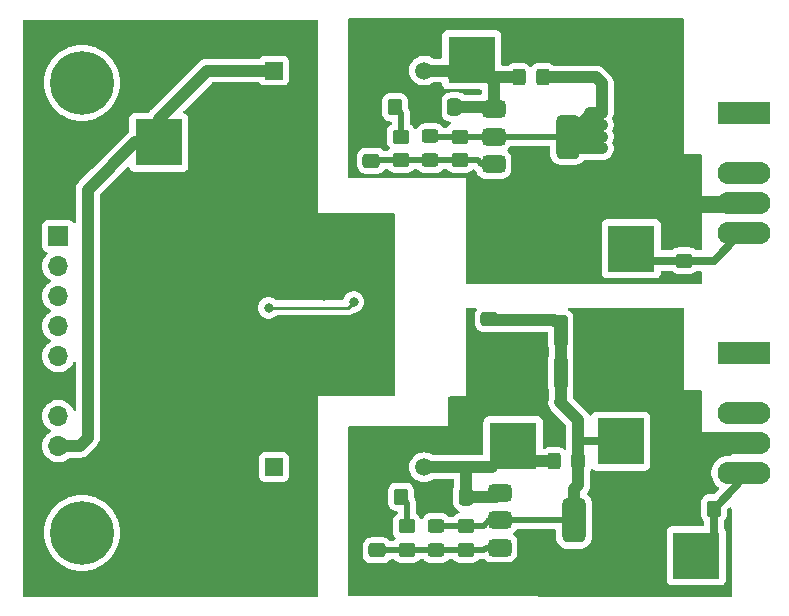
<source format=gbl>
G04 #@! TF.GenerationSoftware,KiCad,Pcbnew,8.0.9-8.0.9-0~ubuntu22.04.1*
G04 #@! TF.CreationDate,2025-04-02T13:47:27-07:00*
G04 #@! TF.ProjectId,HBD1E,48424431-452e-46b6-9963-61645f706362,rev?*
G04 #@! TF.SameCoordinates,Original*
G04 #@! TF.FileFunction,Copper,L2,Bot*
G04 #@! TF.FilePolarity,Positive*
%FSLAX46Y46*%
G04 Gerber Fmt 4.6, Leading zero omitted, Abs format (unit mm)*
G04 Created by KiCad (PCBNEW 8.0.9-8.0.9-0~ubuntu22.04.1) date 2025-04-02 13:47:27*
%MOMM*%
%LPD*%
G01*
G04 APERTURE LIST*
G04 Aperture macros list*
%AMRoundRect*
0 Rectangle with rounded corners*
0 $1 Rounding radius*
0 $2 $3 $4 $5 $6 $7 $8 $9 X,Y pos of 4 corners*
0 Add a 4 corners polygon primitive as box body*
4,1,4,$2,$3,$4,$5,$6,$7,$8,$9,$2,$3,0*
0 Add four circle primitives for the rounded corners*
1,1,$1+$1,$2,$3*
1,1,$1+$1,$4,$5*
1,1,$1+$1,$6,$7*
1,1,$1+$1,$8,$9*
0 Add four rect primitives between the rounded corners*
20,1,$1+$1,$2,$3,$4,$5,0*
20,1,$1+$1,$4,$5,$6,$7,0*
20,1,$1+$1,$6,$7,$8,$9,0*
20,1,$1+$1,$8,$9,$2,$3,0*%
G04 Aperture macros list end*
G04 #@! TA.AperFunction,ComponentPad*
%ADD10C,3.100000*%
G04 #@! TD*
G04 #@! TA.AperFunction,ConnectorPad*
%ADD11C,5.400000*%
G04 #@! TD*
G04 #@! TA.AperFunction,ComponentPad*
%ADD12R,4.500000X1.905000*%
G04 #@! TD*
G04 #@! TA.AperFunction,ComponentPad*
%ADD13O,4.500000X1.905000*%
G04 #@! TD*
G04 #@! TA.AperFunction,ComponentPad*
%ADD14R,1.500000X1.500000*%
G04 #@! TD*
G04 #@! TA.AperFunction,ComponentPad*
%ADD15C,1.500000*%
G04 #@! TD*
G04 #@! TA.AperFunction,ComponentPad*
%ADD16R,1.700000X1.700000*%
G04 #@! TD*
G04 #@! TA.AperFunction,ComponentPad*
%ADD17O,1.700000X1.700000*%
G04 #@! TD*
G04 #@! TA.AperFunction,SMDPad,CuDef*
%ADD18R,4.000000X4.000000*%
G04 #@! TD*
G04 #@! TA.AperFunction,SMDPad,CuDef*
%ADD19RoundRect,0.250000X0.450000X-0.350000X0.450000X0.350000X-0.450000X0.350000X-0.450000X-0.350000X0*%
G04 #@! TD*
G04 #@! TA.AperFunction,SMDPad,CuDef*
%ADD20RoundRect,0.250000X-0.450000X0.350000X-0.450000X-0.350000X0.450000X-0.350000X0.450000X0.350000X0*%
G04 #@! TD*
G04 #@! TA.AperFunction,SMDPad,CuDef*
%ADD21RoundRect,0.250000X0.475000X-0.337500X0.475000X0.337500X-0.475000X0.337500X-0.475000X-0.337500X0*%
G04 #@! TD*
G04 #@! TA.AperFunction,SMDPad,CuDef*
%ADD22RoundRect,0.250000X0.337500X0.475000X-0.337500X0.475000X-0.337500X-0.475000X0.337500X-0.475000X0*%
G04 #@! TD*
G04 #@! TA.AperFunction,SMDPad,CuDef*
%ADD23RoundRect,0.250000X-0.350000X-0.450000X0.350000X-0.450000X0.350000X0.450000X-0.350000X0.450000X0*%
G04 #@! TD*
G04 #@! TA.AperFunction,SMDPad,CuDef*
%ADD24RoundRect,0.250000X-0.475000X0.337500X-0.475000X-0.337500X0.475000X-0.337500X0.475000X0.337500X0*%
G04 #@! TD*
G04 #@! TA.AperFunction,SMDPad,CuDef*
%ADD25RoundRect,0.375000X-0.625000X-0.375000X0.625000X-0.375000X0.625000X0.375000X-0.625000X0.375000X0*%
G04 #@! TD*
G04 #@! TA.AperFunction,SMDPad,CuDef*
%ADD26RoundRect,0.500000X-0.500000X-1.400000X0.500000X-1.400000X0.500000X1.400000X-0.500000X1.400000X0*%
G04 #@! TD*
G04 #@! TA.AperFunction,SMDPad,CuDef*
%ADD27RoundRect,0.250000X-0.325000X-1.100000X0.325000X-1.100000X0.325000X1.100000X-0.325000X1.100000X0*%
G04 #@! TD*
G04 #@! TA.AperFunction,SMDPad,CuDef*
%ADD28RoundRect,0.250000X-0.450000X0.325000X-0.450000X-0.325000X0.450000X-0.325000X0.450000X0.325000X0*%
G04 #@! TD*
G04 #@! TA.AperFunction,SMDPad,CuDef*
%ADD29RoundRect,0.250000X-0.325000X-0.450000X0.325000X-0.450000X0.325000X0.450000X-0.325000X0.450000X0*%
G04 #@! TD*
G04 #@! TA.AperFunction,ViaPad*
%ADD30C,0.800000*%
G04 #@! TD*
G04 #@! TA.AperFunction,Conductor*
%ADD31C,0.250000*%
G04 #@! TD*
G04 #@! TA.AperFunction,Conductor*
%ADD32C,1.000000*%
G04 #@! TD*
G04 #@! TA.AperFunction,Conductor*
%ADD33C,0.500000*%
G04 #@! TD*
G04 #@! TA.AperFunction,Conductor*
%ADD34C,0.700000*%
G04 #@! TD*
G04 APERTURE END LIST*
D10*
X44000000Y-84550000D03*
D11*
X44000000Y-84550000D03*
D12*
X100040000Y-49000000D03*
D13*
X100040000Y-54080000D03*
X100040000Y-56620000D03*
X100040000Y-59160000D03*
D12*
X100040000Y-69310000D03*
D13*
X100040000Y-74390000D03*
X100040000Y-76930000D03*
X100040000Y-79470000D03*
D10*
X44000000Y-46450000D03*
D11*
X44000000Y-46450000D03*
D14*
X60262500Y-79000000D03*
D15*
X62802500Y-79000000D03*
X67882500Y-79000000D03*
X72962500Y-79000000D03*
D16*
X42000000Y-59420000D03*
D17*
X42000000Y-61960000D03*
X42000000Y-64500000D03*
X42000000Y-67040000D03*
X42000000Y-69580000D03*
X42000000Y-72120000D03*
X42000000Y-74660000D03*
X42000000Y-77200000D03*
D14*
X60262500Y-45407500D03*
D15*
X62802500Y-45407500D03*
X67882500Y-45407500D03*
X72962500Y-45407500D03*
D18*
X96000000Y-86500000D03*
X90500000Y-60500000D03*
D19*
X76500000Y-86000000D03*
X76500000Y-84000000D03*
D20*
X71000000Y-51000000D03*
X71000000Y-53000000D03*
D21*
X69000000Y-86037500D03*
X69000000Y-83962500D03*
D20*
X95000000Y-59500000D03*
X95000000Y-61500000D03*
D22*
X75537500Y-48500000D03*
X73462500Y-48500000D03*
D23*
X69000000Y-81500000D03*
X71000000Y-81500000D03*
D22*
X76537500Y-81500000D03*
X74462500Y-81500000D03*
D24*
X78500000Y-66462500D03*
X78500000Y-68537500D03*
D23*
X95500000Y-82500000D03*
X97500000Y-82500000D03*
D25*
X79350000Y-85800000D03*
X79350000Y-83500000D03*
D26*
X85650000Y-83500000D03*
D25*
X79350000Y-81200000D03*
D27*
X84525000Y-71000000D03*
X87475000Y-71000000D03*
D28*
X73500000Y-50975000D03*
X73500000Y-53025000D03*
D18*
X50500000Y-51500000D03*
D23*
X68500000Y-48500000D03*
X70500000Y-48500000D03*
D19*
X76000000Y-53000000D03*
X76000000Y-51000000D03*
D29*
X83975000Y-78500000D03*
X86025000Y-78500000D03*
D25*
X78850000Y-53300000D03*
X78850000Y-51000000D03*
D26*
X85150000Y-51000000D03*
D25*
X78850000Y-48700000D03*
D18*
X77000000Y-44500000D03*
D27*
X84525000Y-67500000D03*
X87475000Y-67500000D03*
D29*
X80975000Y-46000000D03*
X83025000Y-46000000D03*
D20*
X71500000Y-84000000D03*
X71500000Y-86000000D03*
D28*
X74000000Y-83975000D03*
X74000000Y-86025000D03*
D18*
X89600000Y-76800000D03*
D21*
X68500000Y-53037500D03*
X68500000Y-50962500D03*
D18*
X80500000Y-77200000D03*
D30*
X63500000Y-70000000D03*
X55000000Y-73500000D03*
X46500000Y-66000000D03*
X64000000Y-63500000D03*
X51000000Y-57500000D03*
X46500000Y-69000000D03*
X46500000Y-70500000D03*
X53000000Y-65500000D03*
X46500000Y-67500000D03*
X64500000Y-64500000D03*
X53000000Y-70500000D03*
X59800000Y-65500000D03*
X67000000Y-65000000D03*
X83000000Y-66500000D03*
X80000000Y-66500000D03*
X81000000Y-66500000D03*
X82000000Y-66500000D03*
X88000000Y-50000000D03*
X88000000Y-49000000D03*
X88000000Y-52000000D03*
X88000000Y-51000000D03*
X96000000Y-76000000D03*
X90000000Y-83000000D03*
X96000000Y-78000000D03*
X88000000Y-83000000D03*
X91000000Y-83000000D03*
X96000000Y-77000000D03*
X89000000Y-83000000D03*
X95500000Y-57000000D03*
X79998226Y-62511909D03*
X82000000Y-56000000D03*
X82000000Y-57500000D03*
X83000000Y-62500000D03*
X81000000Y-62500000D03*
X95500000Y-54000000D03*
X82000000Y-62500000D03*
X95500000Y-55000000D03*
X95500000Y-56000000D03*
D31*
X66500000Y-65500000D02*
X67000000Y-65000000D01*
X59800000Y-65500000D02*
X66500000Y-65500000D01*
D32*
X54592500Y-45407500D02*
X60262500Y-45407500D01*
X50500000Y-49500000D02*
X50500000Y-51500000D01*
X43800000Y-77200000D02*
X44500000Y-76500000D01*
X44500000Y-76500000D02*
X44500000Y-55500000D01*
X54592500Y-45407500D02*
X50500000Y-49500000D01*
X44500000Y-55500000D02*
X48500000Y-51500000D01*
X48500000Y-51500000D02*
X50500000Y-51500000D01*
X42000000Y-77200000D02*
X43800000Y-77200000D01*
D33*
X76500000Y-84000000D02*
X74025000Y-84000000D01*
X85650000Y-83500000D02*
X79350000Y-83500000D01*
D32*
X86025000Y-75025000D02*
X84500000Y-73500000D01*
X84000000Y-66500000D02*
X80000000Y-66500000D01*
D34*
X89600000Y-76800000D02*
X86025000Y-76800000D01*
D32*
X84525000Y-67500000D02*
X84525000Y-67025000D01*
X86025000Y-80475000D02*
X86025000Y-78500000D01*
X78537500Y-66500000D02*
X78500000Y-66462500D01*
X84525000Y-73475000D02*
X84525000Y-71000000D01*
X84525000Y-71000000D02*
X84525000Y-67500000D01*
D33*
X78500000Y-83500000D02*
X78000000Y-84000000D01*
D32*
X86025000Y-76800000D02*
X86025000Y-75025000D01*
D33*
X74025000Y-84000000D02*
X74000000Y-83975000D01*
X79350000Y-83500000D02*
X78500000Y-83500000D01*
D32*
X80000000Y-66500000D02*
X78537500Y-66500000D01*
X84525000Y-67025000D02*
X84000000Y-66500000D01*
D33*
X78000000Y-84000000D02*
X76500000Y-84000000D01*
D32*
X85650000Y-80850000D02*
X86025000Y-80475000D01*
X86025000Y-78500000D02*
X86025000Y-76800000D01*
X84500000Y-73500000D02*
X84525000Y-73475000D01*
X85650000Y-83500000D02*
X85650000Y-80850000D01*
D33*
X74000000Y-86025000D02*
X71525000Y-86025000D01*
X69037500Y-86000000D02*
X69000000Y-86037500D01*
X71500000Y-86000000D02*
X69037500Y-86000000D01*
X79350000Y-85800000D02*
X78200000Y-85800000D01*
X74025000Y-86000000D02*
X74000000Y-86025000D01*
X78000000Y-86000000D02*
X76500000Y-86000000D01*
X78000000Y-86000000D02*
X78200000Y-85800000D01*
X71525000Y-86025000D02*
X71500000Y-86000000D01*
X76500000Y-86000000D02*
X74025000Y-86000000D01*
D32*
X78500000Y-46000000D02*
X77000000Y-44500000D01*
X78850000Y-46350000D02*
X77000000Y-44500000D01*
X78650000Y-48500000D02*
X78850000Y-48700000D01*
X76092500Y-45407500D02*
X77000000Y-44500000D01*
X72962500Y-45407500D02*
X76092500Y-45407500D01*
X75537500Y-45962500D02*
X77000000Y-44500000D01*
X78850000Y-48700000D02*
X78850000Y-46350000D01*
X80975000Y-46000000D02*
X78500000Y-46000000D01*
X75537500Y-48500000D02*
X78650000Y-48500000D01*
D33*
X71000000Y-53000000D02*
X68537500Y-53000000D01*
X73525000Y-53000000D02*
X73500000Y-53025000D01*
X73500000Y-53025000D02*
X71025000Y-53025000D01*
X77500000Y-53000000D02*
X76000000Y-53000000D01*
X78850000Y-53300000D02*
X77800000Y-53300000D01*
X77800000Y-53300000D02*
X77500000Y-53000000D01*
X76000000Y-53000000D02*
X73525000Y-53000000D01*
X71025000Y-53025000D02*
X71000000Y-53000000D01*
X68537500Y-53000000D02*
X68500000Y-53037500D01*
D32*
X85150000Y-51000000D02*
X86150000Y-52000000D01*
X88000000Y-46500000D02*
X88000000Y-49000000D01*
X86150000Y-52000000D02*
X87000000Y-52000000D01*
X87000000Y-52000000D02*
X88000000Y-52000000D01*
X87500000Y-46000000D02*
X83025000Y-46000000D01*
X85150000Y-51000000D02*
X88000000Y-51000000D01*
X85150000Y-51000000D02*
X85150000Y-50350000D01*
X88000000Y-46500000D02*
X87500000Y-46000000D01*
D33*
X73525000Y-51000000D02*
X73500000Y-50975000D01*
X78850000Y-51000000D02*
X85150000Y-51000000D01*
D32*
X87000000Y-49000000D02*
X88000000Y-49000000D01*
X85150000Y-50350000D02*
X85500000Y-50000000D01*
X85150000Y-51000000D02*
X87000000Y-49150000D01*
D33*
X78850000Y-51000000D02*
X76000000Y-51000000D01*
D32*
X85500000Y-50000000D02*
X88000000Y-50000000D01*
X87000000Y-49150000D02*
X87000000Y-49000000D01*
D33*
X76000000Y-51000000D02*
X73525000Y-51000000D01*
X71000000Y-81500000D02*
X71500000Y-82000000D01*
X71500000Y-82000000D02*
X71500000Y-84000000D01*
X71000000Y-49000000D02*
X70500000Y-48500000D01*
X71000000Y-51000000D02*
X71000000Y-49000000D01*
X79350000Y-78650000D02*
X80500000Y-77500000D01*
D32*
X83975000Y-78500000D02*
X81800000Y-78500000D01*
X79050000Y-81500000D02*
X79350000Y-81200000D01*
D33*
X81500000Y-78500000D02*
X80500000Y-77500000D01*
D32*
X76500000Y-79000000D02*
X78700000Y-79000000D01*
X72962500Y-79000000D02*
X76500000Y-79000000D01*
X76537500Y-79037500D02*
X76500000Y-79000000D01*
X81800000Y-78500000D02*
X80500000Y-77200000D01*
X76537500Y-81500000D02*
X79050000Y-81500000D01*
X76537500Y-81500000D02*
X76537500Y-79037500D01*
D31*
X68000000Y-79117500D02*
X67882500Y-79000000D01*
D33*
X91000000Y-83000000D02*
X90000000Y-83000000D01*
X90000000Y-83000000D02*
X89000000Y-83000000D01*
X89000000Y-83000000D02*
X88000000Y-83000000D01*
X96000000Y-78000000D02*
X91000000Y-83000000D01*
D34*
X99500000Y-59160000D02*
X99500000Y-59500000D01*
X99500000Y-59500000D02*
X97500000Y-61500000D01*
X97500000Y-61500000D02*
X95000000Y-61500000D01*
X91500000Y-61500000D02*
X90500000Y-60500000D01*
X95000000Y-61500000D02*
X91500000Y-61500000D01*
X97500000Y-82500000D02*
X97500000Y-85000000D01*
X99500000Y-80500000D02*
X97500000Y-82500000D01*
X99500000Y-80500000D02*
X99500000Y-80440000D01*
X99500000Y-80440000D02*
X100400000Y-79540000D01*
X97500000Y-85000000D02*
X96000000Y-86500000D01*
G04 #@! TA.AperFunction,Conductor*
G36*
X63943039Y-41119685D02*
G01*
X63988794Y-41172489D01*
X64000000Y-41224000D01*
X64000000Y-57500000D01*
X70376000Y-57500000D01*
X70443039Y-57519685D01*
X70488794Y-57572489D01*
X70500000Y-57624000D01*
X70500000Y-72876000D01*
X70480315Y-72943039D01*
X70427511Y-72988794D01*
X70376000Y-73000000D01*
X64000000Y-73000000D01*
X64000000Y-89876000D01*
X63980315Y-89943039D01*
X63927511Y-89988794D01*
X63876000Y-90000000D01*
X39124000Y-90000000D01*
X39056961Y-89980315D01*
X39011206Y-89927511D01*
X39000000Y-89876000D01*
X39000000Y-84550000D01*
X40786444Y-84550000D01*
X40806649Y-84909799D01*
X40806651Y-84909811D01*
X40867014Y-85265079D01*
X40867016Y-85265088D01*
X40966776Y-85611364D01*
X40966778Y-85611370D01*
X41008977Y-85713248D01*
X41104682Y-85944303D01*
X41104684Y-85944307D01*
X41279005Y-86259717D01*
X41470375Y-86529426D01*
X41487541Y-86553619D01*
X41727673Y-86822327D01*
X41996381Y-87062459D01*
X42290285Y-87270996D01*
X42605690Y-87445314D01*
X42605692Y-87445315D01*
X42605696Y-87445317D01*
X42713763Y-87490079D01*
X42938630Y-87583222D01*
X43284917Y-87682985D01*
X43640196Y-87743350D01*
X44000000Y-87763556D01*
X44359804Y-87743350D01*
X44715083Y-87682985D01*
X45061370Y-87583222D01*
X45394310Y-87445314D01*
X45709715Y-87270996D01*
X46003619Y-87062459D01*
X46272327Y-86822327D01*
X46512459Y-86553619D01*
X46720996Y-86259715D01*
X46895314Y-85944310D01*
X47033222Y-85611370D01*
X47132985Y-85265083D01*
X47193350Y-84909804D01*
X47213556Y-84550000D01*
X47193350Y-84190196D01*
X47132985Y-83834917D01*
X47033222Y-83488630D01*
X46903871Y-83176348D01*
X46895317Y-83155696D01*
X46895315Y-83155692D01*
X46749302Y-82891501D01*
X46720996Y-82840285D01*
X46512459Y-82546381D01*
X46272327Y-82277673D01*
X46003619Y-82037541D01*
X45845424Y-81925295D01*
X45709717Y-81829005D01*
X45394307Y-81654684D01*
X45394303Y-81654682D01*
X45163248Y-81558977D01*
X45061370Y-81516778D01*
X45061366Y-81516776D01*
X45061364Y-81516776D01*
X44715088Y-81417016D01*
X44715079Y-81417014D01*
X44359811Y-81356651D01*
X44359799Y-81356649D01*
X44000000Y-81336444D01*
X43640200Y-81356649D01*
X43640188Y-81356651D01*
X43284920Y-81417014D01*
X43284911Y-81417016D01*
X42938635Y-81516776D01*
X42605696Y-81654682D01*
X42605692Y-81654684D01*
X42290282Y-81829005D01*
X41996381Y-82037540D01*
X41727673Y-82277673D01*
X41487540Y-82546381D01*
X41279005Y-82840282D01*
X41104684Y-83155692D01*
X41104682Y-83155696D01*
X40966776Y-83488635D01*
X40867016Y-83834911D01*
X40867014Y-83834920D01*
X40806651Y-84190188D01*
X40806649Y-84190200D01*
X40786444Y-84550000D01*
X39000000Y-84550000D01*
X39000000Y-61959994D01*
X40636844Y-61959994D01*
X40636844Y-61960005D01*
X40655434Y-62184359D01*
X40655436Y-62184371D01*
X40710703Y-62402614D01*
X40801140Y-62608792D01*
X40924276Y-62797265D01*
X40924284Y-62797276D01*
X41076756Y-62962902D01*
X41076760Y-62962906D01*
X41254424Y-63101189D01*
X41254429Y-63101191D01*
X41254431Y-63101193D01*
X41290930Y-63120946D01*
X41340520Y-63170165D01*
X41355628Y-63238382D01*
X41331457Y-63303937D01*
X41290930Y-63339054D01*
X41254431Y-63358806D01*
X41254422Y-63358812D01*
X41076761Y-63497092D01*
X41076756Y-63497097D01*
X40924284Y-63662723D01*
X40924276Y-63662734D01*
X40801140Y-63851207D01*
X40710703Y-64057385D01*
X40655436Y-64275628D01*
X40655434Y-64275640D01*
X40636844Y-64499994D01*
X40636844Y-64500005D01*
X40655434Y-64724359D01*
X40655436Y-64724371D01*
X40710703Y-64942614D01*
X40801140Y-65148792D01*
X40924276Y-65337265D01*
X40924284Y-65337276D01*
X41076756Y-65502902D01*
X41076761Y-65502907D01*
X41135981Y-65549000D01*
X41254424Y-65641189D01*
X41254429Y-65641191D01*
X41254431Y-65641193D01*
X41290930Y-65660946D01*
X41340520Y-65710165D01*
X41355628Y-65778382D01*
X41331457Y-65843937D01*
X41290930Y-65879054D01*
X41254431Y-65898806D01*
X41254422Y-65898812D01*
X41076761Y-66037092D01*
X41076756Y-66037097D01*
X40924284Y-66202723D01*
X40924276Y-66202734D01*
X40801140Y-66391207D01*
X40710703Y-66597385D01*
X40655436Y-66815628D01*
X40655434Y-66815640D01*
X40636844Y-67039994D01*
X40636844Y-67040005D01*
X40655434Y-67264359D01*
X40655436Y-67264371D01*
X40710703Y-67482614D01*
X40801140Y-67688792D01*
X40924276Y-67877265D01*
X40924284Y-67877276D01*
X41076756Y-68042902D01*
X41076760Y-68042906D01*
X41254424Y-68181189D01*
X41254429Y-68181191D01*
X41254431Y-68181193D01*
X41290930Y-68200946D01*
X41340520Y-68250165D01*
X41355628Y-68318382D01*
X41331457Y-68383937D01*
X41290930Y-68419054D01*
X41254431Y-68438806D01*
X41254422Y-68438812D01*
X41076761Y-68577092D01*
X41076756Y-68577097D01*
X40924284Y-68742723D01*
X40924276Y-68742734D01*
X40801140Y-68931207D01*
X40710703Y-69137385D01*
X40655436Y-69355628D01*
X40655434Y-69355640D01*
X40636844Y-69579994D01*
X40636844Y-69580005D01*
X40655434Y-69804359D01*
X40655436Y-69804371D01*
X40710703Y-70022614D01*
X40801140Y-70228792D01*
X40924276Y-70417265D01*
X40924284Y-70417276D01*
X41076756Y-70582902D01*
X41076760Y-70582906D01*
X41254424Y-70721189D01*
X41254425Y-70721189D01*
X41254427Y-70721191D01*
X41381135Y-70789761D01*
X41452426Y-70828342D01*
X41665365Y-70901444D01*
X41887431Y-70938500D01*
X42112569Y-70938500D01*
X42334635Y-70901444D01*
X42547574Y-70828342D01*
X42745576Y-70721189D01*
X42923240Y-70582906D01*
X43075722Y-70417268D01*
X43198860Y-70228791D01*
X43253944Y-70103210D01*
X43298899Y-70049725D01*
X43365635Y-70029034D01*
X43432963Y-70047708D01*
X43479507Y-70099818D01*
X43491500Y-70153020D01*
X43491500Y-74086979D01*
X43471815Y-74154018D01*
X43419011Y-74199773D01*
X43349853Y-74209717D01*
X43286297Y-74180692D01*
X43253944Y-74136789D01*
X43198860Y-74011209D01*
X43075722Y-73822732D01*
X43075719Y-73822729D01*
X43075715Y-73822723D01*
X42923243Y-73657097D01*
X42923238Y-73657092D01*
X42745577Y-73518812D01*
X42745572Y-73518808D01*
X42547580Y-73411661D01*
X42547577Y-73411659D01*
X42547574Y-73411658D01*
X42547571Y-73411657D01*
X42547569Y-73411656D01*
X42334637Y-73338556D01*
X42112569Y-73301500D01*
X41887431Y-73301500D01*
X41665362Y-73338556D01*
X41452430Y-73411656D01*
X41452419Y-73411661D01*
X41254427Y-73518808D01*
X41254422Y-73518812D01*
X41076761Y-73657092D01*
X41076756Y-73657097D01*
X40924284Y-73822723D01*
X40924276Y-73822734D01*
X40801140Y-74011207D01*
X40710703Y-74217385D01*
X40655436Y-74435628D01*
X40655434Y-74435640D01*
X40636844Y-74659994D01*
X40636844Y-74660005D01*
X40655434Y-74884359D01*
X40655436Y-74884371D01*
X40710703Y-75102614D01*
X40801140Y-75308792D01*
X40924276Y-75497265D01*
X40924284Y-75497276D01*
X41076756Y-75662902D01*
X41076760Y-75662906D01*
X41254424Y-75801189D01*
X41254429Y-75801191D01*
X41254431Y-75801193D01*
X41290930Y-75820946D01*
X41340520Y-75870165D01*
X41355628Y-75938382D01*
X41331457Y-76003937D01*
X41290930Y-76039054D01*
X41254431Y-76058806D01*
X41254422Y-76058812D01*
X41076761Y-76197092D01*
X41076756Y-76197097D01*
X40924284Y-76362723D01*
X40924276Y-76362734D01*
X40801140Y-76551207D01*
X40710703Y-76757385D01*
X40655436Y-76975628D01*
X40655434Y-76975640D01*
X40636844Y-77199994D01*
X40636844Y-77200005D01*
X40655434Y-77424359D01*
X40655436Y-77424371D01*
X40710703Y-77642614D01*
X40801140Y-77848792D01*
X40924276Y-78037265D01*
X40924284Y-78037276D01*
X41076756Y-78202902D01*
X41076761Y-78202907D01*
X41117540Y-78234647D01*
X41254424Y-78341189D01*
X41254425Y-78341189D01*
X41254427Y-78341191D01*
X41381135Y-78409761D01*
X41452426Y-78448342D01*
X41665365Y-78521444D01*
X41887431Y-78558500D01*
X42112569Y-78558500D01*
X42334635Y-78521444D01*
X42547574Y-78448342D01*
X42745576Y-78341189D01*
X42799723Y-78299043D01*
X42882461Y-78234647D01*
X42947455Y-78209004D01*
X42958623Y-78208500D01*
X43899330Y-78208500D01*
X43899331Y-78208499D01*
X43935297Y-78201345D01*
X59004000Y-78201345D01*
X59004000Y-79798654D01*
X59010511Y-79859202D01*
X59010511Y-79859204D01*
X59061611Y-79996204D01*
X59149239Y-80113261D01*
X59266296Y-80200889D01*
X59403299Y-80251989D01*
X59430550Y-80254918D01*
X59463845Y-80258499D01*
X59463862Y-80258500D01*
X61061138Y-80258500D01*
X61061154Y-80258499D01*
X61088192Y-80255591D01*
X61121701Y-80251989D01*
X61258704Y-80200889D01*
X61375761Y-80113261D01*
X61463389Y-79996204D01*
X61514489Y-79859201D01*
X61518091Y-79825692D01*
X61520999Y-79798654D01*
X61521000Y-79798637D01*
X61521000Y-78201362D01*
X61520999Y-78201345D01*
X61517601Y-78169743D01*
X61514489Y-78140799D01*
X61463389Y-78003796D01*
X61375761Y-77886739D01*
X61258704Y-77799111D01*
X61121703Y-77748011D01*
X61061154Y-77741500D01*
X61061138Y-77741500D01*
X59463862Y-77741500D01*
X59463845Y-77741500D01*
X59403297Y-77748011D01*
X59403295Y-77748011D01*
X59266295Y-77799111D01*
X59149239Y-77886739D01*
X59061611Y-78003795D01*
X59010511Y-78140795D01*
X59010511Y-78140797D01*
X59004000Y-78201345D01*
X43935297Y-78201345D01*
X44094169Y-78169744D01*
X44277704Y-78093721D01*
X44442881Y-77983353D01*
X44583353Y-77842881D01*
X45283353Y-77142881D01*
X45393721Y-76977704D01*
X45469744Y-76794169D01*
X45477061Y-76757384D01*
X45484040Y-76722299D01*
X45484040Y-76722294D01*
X45508500Y-76599331D01*
X45508500Y-65500000D01*
X58886496Y-65500000D01*
X58906458Y-65689928D01*
X58906459Y-65689931D01*
X58965470Y-65871549D01*
X58965473Y-65871556D01*
X59060960Y-66036944D01*
X59188747Y-66178866D01*
X59343248Y-66291118D01*
X59517712Y-66368794D01*
X59704513Y-66408500D01*
X59895487Y-66408500D01*
X60082288Y-66368794D01*
X60256752Y-66291118D01*
X60411253Y-66178866D01*
X60415160Y-66174527D01*
X60474646Y-66137879D01*
X60507309Y-66133500D01*
X66562395Y-66133500D01*
X66562396Y-66133499D01*
X66684785Y-66109155D01*
X66800075Y-66061400D01*
X66903833Y-65992071D01*
X66951084Y-65944820D01*
X67012407Y-65911334D01*
X67038766Y-65908500D01*
X67095487Y-65908500D01*
X67282288Y-65868794D01*
X67456752Y-65791118D01*
X67611253Y-65678866D01*
X67739040Y-65536944D01*
X67834527Y-65371556D01*
X67893542Y-65189928D01*
X67913504Y-65000000D01*
X67893542Y-64810072D01*
X67834527Y-64628444D01*
X67739040Y-64463056D01*
X67611253Y-64321134D01*
X67456752Y-64208882D01*
X67282288Y-64131206D01*
X67282286Y-64131205D01*
X67095487Y-64091500D01*
X66904513Y-64091500D01*
X66717714Y-64131205D01*
X66543246Y-64208883D01*
X66388745Y-64321135D01*
X66260959Y-64463057D01*
X66165473Y-64628443D01*
X66165470Y-64628450D01*
X66115963Y-64780818D01*
X66076525Y-64838494D01*
X66012167Y-64865692D01*
X65998032Y-64866500D01*
X60507309Y-64866500D01*
X60440270Y-64846815D01*
X60415160Y-64825473D01*
X60411254Y-64821135D01*
X60396028Y-64810072D01*
X60256752Y-64708882D01*
X60082288Y-64631206D01*
X60082286Y-64631205D01*
X59895487Y-64591500D01*
X59704513Y-64591500D01*
X59517714Y-64631205D01*
X59343246Y-64708883D01*
X59188745Y-64821135D01*
X59060959Y-64963057D01*
X58965473Y-65128443D01*
X58965470Y-65128450D01*
X58958861Y-65148792D01*
X58906458Y-65310072D01*
X58886496Y-65500000D01*
X45508500Y-65500000D01*
X45508500Y-55969096D01*
X45528185Y-55902057D01*
X45544819Y-55881415D01*
X46569115Y-54857119D01*
X47812414Y-53613819D01*
X47873735Y-53580336D01*
X47943427Y-53585320D01*
X47999360Y-53627192D01*
X48016274Y-53658167D01*
X48031034Y-53697738D01*
X48049111Y-53746204D01*
X48136739Y-53863261D01*
X48253796Y-53950889D01*
X48390799Y-54001989D01*
X48418050Y-54004918D01*
X48451345Y-54008499D01*
X48451362Y-54008500D01*
X52548638Y-54008500D01*
X52548654Y-54008499D01*
X52575692Y-54005591D01*
X52609201Y-54001989D01*
X52746204Y-53950889D01*
X52863261Y-53863261D01*
X52950889Y-53746204D01*
X53001989Y-53609201D01*
X53005591Y-53575692D01*
X53008499Y-53548654D01*
X53008500Y-53548637D01*
X53008500Y-49451362D01*
X53008499Y-49451345D01*
X53005157Y-49420270D01*
X53001989Y-49390799D01*
X52950889Y-49253796D01*
X52863261Y-49136739D01*
X52746204Y-49049111D01*
X52658167Y-49016274D01*
X52602234Y-48974402D01*
X52577818Y-48908938D01*
X52592670Y-48840665D01*
X52613818Y-48812415D01*
X54973915Y-46452319D01*
X55035238Y-46418834D01*
X55061596Y-46416000D01*
X59008746Y-46416000D01*
X59075785Y-46435685D01*
X59108011Y-46465687D01*
X59149239Y-46520761D01*
X59266296Y-46608389D01*
X59403299Y-46659489D01*
X59430550Y-46662418D01*
X59463845Y-46665999D01*
X59463862Y-46666000D01*
X61061138Y-46666000D01*
X61061154Y-46665999D01*
X61088192Y-46663091D01*
X61121701Y-46659489D01*
X61258704Y-46608389D01*
X61375761Y-46520761D01*
X61463389Y-46403704D01*
X61514489Y-46266701D01*
X61518091Y-46233192D01*
X61520999Y-46206154D01*
X61521000Y-46206137D01*
X61521000Y-44608862D01*
X61520999Y-44608845D01*
X61517657Y-44577770D01*
X61514489Y-44548299D01*
X61498646Y-44505824D01*
X61473257Y-44437754D01*
X61463389Y-44411296D01*
X61375761Y-44294239D01*
X61258704Y-44206611D01*
X61121703Y-44155511D01*
X61061154Y-44149000D01*
X61061138Y-44149000D01*
X59463862Y-44149000D01*
X59463845Y-44149000D01*
X59403297Y-44155511D01*
X59403295Y-44155511D01*
X59266295Y-44206611D01*
X59149239Y-44294239D01*
X59108013Y-44349311D01*
X59052079Y-44391182D01*
X59008746Y-44399000D01*
X54493166Y-44399000D01*
X54298338Y-44437754D01*
X54298330Y-44437756D01*
X54134001Y-44505824D01*
X54134000Y-44505824D01*
X54114802Y-44513775D01*
X54114789Y-44513782D01*
X53949619Y-44624146D01*
X53949615Y-44624149D01*
X50846504Y-47727262D01*
X49857119Y-48716647D01*
X49795012Y-48778754D01*
X49716645Y-48857120D01*
X49663679Y-48936391D01*
X49610067Y-48981196D01*
X49560577Y-48991500D01*
X48451345Y-48991500D01*
X48390797Y-48998011D01*
X48390795Y-48998011D01*
X48253795Y-49049111D01*
X48136739Y-49136739D01*
X48049111Y-49253795D01*
X47998011Y-49390795D01*
X47998011Y-49390797D01*
X47991500Y-49451345D01*
X47991500Y-50560576D01*
X47971815Y-50627615D01*
X47936391Y-50663678D01*
X47857119Y-50716646D01*
X47857115Y-50716649D01*
X44827562Y-53746204D01*
X43857119Y-54716647D01*
X43786882Y-54786884D01*
X43716645Y-54857120D01*
X43606282Y-55022289D01*
X43606277Y-55022298D01*
X43530256Y-55205830D01*
X43530254Y-55205838D01*
X43491500Y-55400666D01*
X43491500Y-58205862D01*
X43471815Y-58272901D01*
X43419011Y-58318656D01*
X43349853Y-58328600D01*
X43286297Y-58299575D01*
X43268233Y-58280173D01*
X43262789Y-58272901D01*
X43213261Y-58206739D01*
X43096204Y-58119111D01*
X42959203Y-58068011D01*
X42898654Y-58061500D01*
X42898638Y-58061500D01*
X41101362Y-58061500D01*
X41101345Y-58061500D01*
X41040797Y-58068011D01*
X41040795Y-58068011D01*
X40903795Y-58119111D01*
X40786739Y-58206739D01*
X40699111Y-58323795D01*
X40648011Y-58460795D01*
X40648011Y-58460797D01*
X40641500Y-58521345D01*
X40641500Y-60318654D01*
X40648011Y-60379202D01*
X40648011Y-60379204D01*
X40697905Y-60512971D01*
X40699111Y-60516204D01*
X40786739Y-60633261D01*
X40903796Y-60720889D01*
X40955737Y-60740262D01*
X41021595Y-60764827D01*
X41077528Y-60806699D01*
X41101944Y-60872163D01*
X41087092Y-60940436D01*
X41069490Y-60964991D01*
X40924279Y-61122730D01*
X40924276Y-61122734D01*
X40801140Y-61311207D01*
X40710703Y-61517385D01*
X40655436Y-61735628D01*
X40655434Y-61735640D01*
X40636844Y-61959994D01*
X39000000Y-61959994D01*
X39000000Y-46450000D01*
X40786444Y-46450000D01*
X40806649Y-46809799D01*
X40806651Y-46809811D01*
X40867014Y-47165079D01*
X40867016Y-47165088D01*
X40966776Y-47511364D01*
X41104682Y-47844303D01*
X41104684Y-47844307D01*
X41190432Y-47999456D01*
X41279004Y-48159715D01*
X41487541Y-48453619D01*
X41727673Y-48722327D01*
X41878507Y-48857120D01*
X41996381Y-48962459D01*
X42242004Y-49136739D01*
X42290285Y-49170996D01*
X42605690Y-49345314D01*
X42605692Y-49345315D01*
X42605696Y-49345317D01*
X42713763Y-49390079D01*
X42938630Y-49483222D01*
X43284917Y-49582985D01*
X43640196Y-49643350D01*
X44000000Y-49663556D01*
X44359804Y-49643350D01*
X44715083Y-49582985D01*
X45061370Y-49483222D01*
X45394310Y-49345314D01*
X45709715Y-49170996D01*
X46003619Y-48962459D01*
X46272327Y-48722327D01*
X46512459Y-48453619D01*
X46720996Y-48159715D01*
X46895314Y-47844310D01*
X47033222Y-47511370D01*
X47132985Y-47165083D01*
X47193350Y-46809804D01*
X47213556Y-46450000D01*
X47193350Y-46090196D01*
X47132985Y-45734917D01*
X47033222Y-45388630D01*
X46940079Y-45163763D01*
X46895317Y-45055696D01*
X46895315Y-45055692D01*
X46895314Y-45055690D01*
X46720996Y-44740285D01*
X46512459Y-44446381D01*
X46272327Y-44177673D01*
X46003619Y-43937541D01*
X46003618Y-43937540D01*
X45709717Y-43729005D01*
X45394307Y-43554684D01*
X45394303Y-43554682D01*
X45163248Y-43458977D01*
X45061370Y-43416778D01*
X45061366Y-43416776D01*
X45061364Y-43416776D01*
X44715088Y-43317016D01*
X44715079Y-43317014D01*
X44359811Y-43256651D01*
X44359799Y-43256649D01*
X44000000Y-43236444D01*
X43640200Y-43256649D01*
X43640188Y-43256651D01*
X43284920Y-43317014D01*
X43284911Y-43317016D01*
X42938635Y-43416776D01*
X42605696Y-43554682D01*
X42605692Y-43554684D01*
X42290282Y-43729005D01*
X41996381Y-43937540D01*
X41727673Y-44177673D01*
X41487540Y-44446381D01*
X41279005Y-44740282D01*
X41104684Y-45055692D01*
X41104682Y-45055696D01*
X40966776Y-45388635D01*
X40867016Y-45734911D01*
X40867014Y-45734920D01*
X40806651Y-46090188D01*
X40806649Y-46090200D01*
X40786444Y-46450000D01*
X39000000Y-46450000D01*
X39000000Y-41224000D01*
X39019685Y-41156961D01*
X39072489Y-41111206D01*
X39124000Y-41100000D01*
X63876000Y-41100000D01*
X63943039Y-41119685D01*
G37*
G04 #@! TD.AperFunction*
G04 #@! TA.AperFunction,Conductor*
G36*
X77364187Y-65519685D02*
G01*
X77409942Y-65572489D01*
X77419886Y-65641647D01*
X77402686Y-65689097D01*
X77332889Y-65802253D01*
X77332884Y-65802264D01*
X77277113Y-65970572D01*
X77266500Y-66074447D01*
X77266500Y-66850537D01*
X77266501Y-66850553D01*
X77277113Y-66954426D01*
X77332885Y-67122738D01*
X77425970Y-67273652D01*
X77551348Y-67399030D01*
X77702262Y-67492115D01*
X77870574Y-67547887D01*
X77974455Y-67558500D01*
X79025544Y-67558499D01*
X79129426Y-67547887D01*
X79229296Y-67514793D01*
X79268299Y-67508500D01*
X79900671Y-67508500D01*
X83317501Y-67508500D01*
X83384540Y-67528185D01*
X83430295Y-67580989D01*
X83441501Y-67632500D01*
X83441501Y-68650553D01*
X83452113Y-68754427D01*
X83510157Y-68929593D01*
X83507983Y-68930313D01*
X83516500Y-68968702D01*
X83516500Y-69531296D01*
X83508040Y-69569705D01*
X83510156Y-69570407D01*
X83452113Y-69745571D01*
X83441500Y-69849447D01*
X83441500Y-72150537D01*
X83441501Y-72150553D01*
X83452113Y-72254427D01*
X83510157Y-72429593D01*
X83507983Y-72430313D01*
X83516500Y-72468702D01*
X83516500Y-73262775D01*
X83514117Y-73286966D01*
X83491500Y-73400667D01*
X83491500Y-73599333D01*
X83530254Y-73794160D01*
X83530256Y-73794168D01*
X83606277Y-73977701D01*
X83606282Y-73977710D01*
X83716646Y-74142880D01*
X83716649Y-74142884D01*
X84980181Y-75406415D01*
X85013666Y-75467738D01*
X85016500Y-75494096D01*
X85016500Y-77394456D01*
X84996815Y-77461495D01*
X84944011Y-77507250D01*
X84874853Y-77517194D01*
X84811297Y-77488169D01*
X84804819Y-77482137D01*
X84773653Y-77450971D01*
X84773652Y-77450970D01*
X84622738Y-77357885D01*
X84545599Y-77332324D01*
X84454427Y-77302113D01*
X84350546Y-77291500D01*
X83599462Y-77291500D01*
X83599446Y-77291501D01*
X83495572Y-77302113D01*
X83327264Y-77357884D01*
X83327255Y-77357888D01*
X83197596Y-77437863D01*
X83130204Y-77456303D01*
X83063541Y-77435380D01*
X83018771Y-77381738D01*
X83008500Y-77332324D01*
X83008500Y-75151362D01*
X83008499Y-75151345D01*
X83005157Y-75120270D01*
X83001989Y-75090799D01*
X82950889Y-74953796D01*
X82863261Y-74836739D01*
X82746204Y-74749111D01*
X82609203Y-74698011D01*
X82548654Y-74691500D01*
X82548638Y-74691500D01*
X78451362Y-74691500D01*
X78451345Y-74691500D01*
X78390797Y-74698011D01*
X78390795Y-74698011D01*
X78253795Y-74749111D01*
X78136739Y-74836739D01*
X78049111Y-74953795D01*
X77998011Y-75090795D01*
X77998011Y-75090797D01*
X77991500Y-75151345D01*
X77991500Y-77867500D01*
X77971815Y-77934539D01*
X77919011Y-77980294D01*
X77867500Y-77991500D01*
X73755438Y-77991500D01*
X73688399Y-77971815D01*
X73684315Y-77969075D01*
X73594158Y-77905946D01*
X73594150Y-77905942D01*
X73394581Y-77812882D01*
X73394579Y-77812881D01*
X73394576Y-77812880D01*
X73243277Y-77772339D01*
X73181872Y-77755885D01*
X73181865Y-77755884D01*
X72962502Y-77736693D01*
X72962498Y-77736693D01*
X72743134Y-77755884D01*
X72743127Y-77755885D01*
X72530420Y-77812881D01*
X72330846Y-77905944D01*
X72330842Y-77905946D01*
X72150467Y-78032247D01*
X72150460Y-78032252D01*
X71994752Y-78187960D01*
X71994747Y-78187967D01*
X71868446Y-78368342D01*
X71868444Y-78368346D01*
X71775381Y-78567920D01*
X71718385Y-78780627D01*
X71718384Y-78780634D01*
X71699193Y-78999997D01*
X71699193Y-79000002D01*
X71714441Y-79174297D01*
X71718385Y-79219371D01*
X71775380Y-79432076D01*
X71775381Y-79432079D01*
X71775382Y-79432081D01*
X71829915Y-79549028D01*
X71868444Y-79631654D01*
X71994751Y-79812038D01*
X72150462Y-79967749D01*
X72330846Y-80094056D01*
X72530424Y-80187120D01*
X72743129Y-80244115D01*
X72899822Y-80257823D01*
X72962498Y-80263307D01*
X72962500Y-80263307D01*
X72962502Y-80263307D01*
X73017342Y-80258509D01*
X73181871Y-80244115D01*
X73394576Y-80187120D01*
X73594154Y-80094056D01*
X73614295Y-80079953D01*
X73684315Y-80030925D01*
X73750521Y-80008598D01*
X73755438Y-80008500D01*
X75405000Y-80008500D01*
X75472039Y-80028185D01*
X75517794Y-80080989D01*
X75529000Y-80132500D01*
X75529000Y-80632862D01*
X75510541Y-80697954D01*
X75507886Y-80702258D01*
X75507883Y-80702264D01*
X75452113Y-80870570D01*
X75452113Y-80870571D01*
X75441500Y-80974447D01*
X75441500Y-82025537D01*
X75441501Y-82025553D01*
X75449559Y-82104426D01*
X75452113Y-82129426D01*
X75507885Y-82297738D01*
X75600970Y-82448652D01*
X75726348Y-82574030D01*
X75877262Y-82667115D01*
X75885792Y-82669941D01*
X75943236Y-82709711D01*
X75970061Y-82774226D01*
X75957747Y-82843002D01*
X75910206Y-82894204D01*
X75885793Y-82905353D01*
X75727264Y-82957884D01*
X75727259Y-82957886D01*
X75576346Y-83050971D01*
X75450970Y-83176347D01*
X75450967Y-83176351D01*
X75447115Y-83182597D01*
X75395167Y-83229322D01*
X75341577Y-83241500D01*
X75158423Y-83241500D01*
X75091384Y-83221815D01*
X75052885Y-83182597D01*
X75049032Y-83176351D01*
X75049029Y-83176347D01*
X74923653Y-83050971D01*
X74923652Y-83050970D01*
X74818368Y-82986030D01*
X74772740Y-82957886D01*
X74772735Y-82957884D01*
X74604427Y-82902113D01*
X74500546Y-82891500D01*
X73499462Y-82891500D01*
X73499446Y-82891501D01*
X73395572Y-82902113D01*
X73227264Y-82957884D01*
X73227259Y-82957886D01*
X73076346Y-83050971D01*
X72950970Y-83176347D01*
X72950967Y-83176351D01*
X72855538Y-83331066D01*
X72803590Y-83377791D01*
X72734628Y-83389012D01*
X72670546Y-83361169D01*
X72644462Y-83331066D01*
X72549032Y-83176351D01*
X72549029Y-83176347D01*
X72423652Y-83050970D01*
X72423648Y-83050967D01*
X72317403Y-82985434D01*
X72270678Y-82933486D01*
X72258500Y-82879896D01*
X72258500Y-81925291D01*
X72229352Y-81778759D01*
X72229351Y-81778758D01*
X72229351Y-81778754D01*
X72208023Y-81727264D01*
X72172177Y-81640722D01*
X72172170Y-81640709D01*
X72129397Y-81576695D01*
X72108519Y-81510018D01*
X72108499Y-81507804D01*
X72108499Y-80999462D01*
X72108498Y-80999446D01*
X72105944Y-80974447D01*
X72097887Y-80895574D01*
X72042115Y-80727262D01*
X71949030Y-80576348D01*
X71823652Y-80450970D01*
X71696102Y-80372296D01*
X71672740Y-80357886D01*
X71672735Y-80357884D01*
X71504427Y-80302113D01*
X71400546Y-80291500D01*
X70599462Y-80291500D01*
X70599446Y-80291501D01*
X70495572Y-80302113D01*
X70327264Y-80357884D01*
X70327259Y-80357886D01*
X70176346Y-80450971D01*
X70050971Y-80576346D01*
X69957886Y-80727259D01*
X69957884Y-80727264D01*
X69902113Y-80895572D01*
X69891500Y-80999447D01*
X69891500Y-82000537D01*
X69891501Y-82000553D01*
X69902113Y-82104426D01*
X69957885Y-82272738D01*
X70050970Y-82423652D01*
X70176348Y-82549030D01*
X70327262Y-82642115D01*
X70495574Y-82697887D01*
X70599455Y-82708500D01*
X70617496Y-82708499D01*
X70684535Y-82728180D01*
X70730292Y-82780982D01*
X70741500Y-82832499D01*
X70741500Y-82879896D01*
X70721815Y-82946935D01*
X70682597Y-82985434D01*
X70576351Y-83050967D01*
X70576347Y-83050970D01*
X70450971Y-83176346D01*
X70357886Y-83327259D01*
X70357884Y-83327264D01*
X70302113Y-83495572D01*
X70291500Y-83599447D01*
X70291500Y-84400537D01*
X70291501Y-84400553D01*
X70302113Y-84504427D01*
X70357884Y-84672735D01*
X70357886Y-84672740D01*
X70450971Y-84823653D01*
X70539637Y-84912319D01*
X70573122Y-84973642D01*
X70568138Y-85043334D01*
X70539637Y-85087681D01*
X70450970Y-85176347D01*
X70450967Y-85176351D01*
X70447115Y-85182597D01*
X70395167Y-85229322D01*
X70341577Y-85241500D01*
X70140545Y-85241500D01*
X70073506Y-85221815D01*
X70052864Y-85205182D01*
X70024028Y-85176346D01*
X69948652Y-85100970D01*
X69832874Y-85029557D01*
X69797740Y-85007886D01*
X69797735Y-85007884D01*
X69629427Y-84952113D01*
X69525546Y-84941500D01*
X68474462Y-84941500D01*
X68474446Y-84941501D01*
X68370572Y-84952113D01*
X68202264Y-85007884D01*
X68202259Y-85007886D01*
X68051346Y-85100971D01*
X67925971Y-85226346D01*
X67832886Y-85377259D01*
X67832884Y-85377264D01*
X67777113Y-85545572D01*
X67766500Y-85649447D01*
X67766500Y-86425537D01*
X67766501Y-86425553D01*
X67773429Y-86493362D01*
X67777113Y-86529426D01*
X67832885Y-86697738D01*
X67925970Y-86848652D01*
X68051348Y-86974030D01*
X68202262Y-87067115D01*
X68370574Y-87122887D01*
X68474455Y-87133500D01*
X69525544Y-87133499D01*
X69629426Y-87122887D01*
X69797738Y-87067115D01*
X69948652Y-86974030D01*
X70074030Y-86848652D01*
X70093305Y-86817402D01*
X70145252Y-86770679D01*
X70198843Y-86758500D01*
X70341577Y-86758500D01*
X70408616Y-86778185D01*
X70447115Y-86817403D01*
X70450967Y-86823648D01*
X70450970Y-86823652D01*
X70576348Y-86949030D01*
X70727262Y-87042115D01*
X70895574Y-87097887D01*
X70999455Y-87108500D01*
X72000544Y-87108499D01*
X72104426Y-87097887D01*
X72272738Y-87042115D01*
X72423652Y-86949030D01*
X72549030Y-86823652D01*
X72549030Y-86823651D01*
X72552863Y-86819819D01*
X72614186Y-86786334D01*
X72640544Y-86783500D01*
X72859456Y-86783500D01*
X72926495Y-86803185D01*
X72947137Y-86819819D01*
X72950970Y-86823652D01*
X73076348Y-86949030D01*
X73227262Y-87042115D01*
X73395574Y-87097887D01*
X73499455Y-87108500D01*
X74500544Y-87108499D01*
X74604426Y-87097887D01*
X74772738Y-87042115D01*
X74923652Y-86949030D01*
X75049030Y-86823652D01*
X75051394Y-86819819D01*
X75052885Y-86817403D01*
X75104833Y-86770678D01*
X75158423Y-86758500D01*
X75341577Y-86758500D01*
X75408616Y-86778185D01*
X75447115Y-86817403D01*
X75450967Y-86823648D01*
X75450970Y-86823652D01*
X75576348Y-86949030D01*
X75727262Y-87042115D01*
X75895574Y-87097887D01*
X75999455Y-87108500D01*
X77000544Y-87108499D01*
X77104426Y-87097887D01*
X77272738Y-87042115D01*
X77423652Y-86949030D01*
X77549030Y-86823652D01*
X77551394Y-86819819D01*
X77552885Y-86817403D01*
X77604833Y-86770678D01*
X77658423Y-86758500D01*
X77925295Y-86758500D01*
X78001512Y-86758500D01*
X78068551Y-86778185D01*
X78091796Y-86799013D01*
X78092235Y-86798575D01*
X78096826Y-86803166D01*
X78096828Y-86803167D01*
X78096830Y-86803170D01*
X78241161Y-86920047D01*
X78406638Y-87004362D01*
X78586029Y-87052430D01*
X78663157Y-87058500D01*
X80036842Y-87058499D01*
X80113971Y-87052430D01*
X80293362Y-87004362D01*
X80458839Y-86920047D01*
X80603170Y-86803170D01*
X80720047Y-86658839D01*
X80804362Y-86493362D01*
X80852430Y-86313971D01*
X80858500Y-86236843D01*
X80858499Y-85363158D01*
X80852430Y-85286029D01*
X80804362Y-85106638D01*
X80720047Y-84941161D01*
X80603170Y-84796830D01*
X80540851Y-84746365D01*
X80501140Y-84688879D01*
X80498812Y-84619048D01*
X80534607Y-84559044D01*
X80540852Y-84553634D01*
X80603170Y-84503170D01*
X80720047Y-84358839D01*
X80736675Y-84326205D01*
X80784650Y-84275409D01*
X80847160Y-84258500D01*
X84017501Y-84258500D01*
X84084540Y-84278185D01*
X84130295Y-84330989D01*
X84141501Y-84382500D01*
X84141501Y-84949546D01*
X84142507Y-84959758D01*
X84156091Y-85097699D01*
X84213760Y-85287808D01*
X84307401Y-85462998D01*
X84307405Y-85463005D01*
X84433431Y-85616568D01*
X84586994Y-85742594D01*
X84587001Y-85742598D01*
X84762191Y-85836239D01*
X84762193Y-85836239D01*
X84762196Y-85836241D01*
X84952299Y-85893908D01*
X84952298Y-85893908D01*
X84962766Y-85894938D01*
X85100453Y-85908500D01*
X86199546Y-85908499D01*
X86347701Y-85893908D01*
X86537804Y-85836241D01*
X86713004Y-85742595D01*
X86866568Y-85616568D01*
X86992595Y-85463004D01*
X87086241Y-85287804D01*
X87143908Y-85097701D01*
X87158500Y-84949547D01*
X87158499Y-82050454D01*
X87143908Y-81902299D01*
X87086241Y-81712196D01*
X87086239Y-81712193D01*
X87086239Y-81712191D01*
X86992598Y-81537001D01*
X86992594Y-81536994D01*
X86866568Y-81383431D01*
X86794498Y-81324285D01*
X86755164Y-81266539D01*
X86753293Y-81196695D01*
X86785480Y-81140753D01*
X86808353Y-81117881D01*
X86918721Y-80952704D01*
X86994744Y-80769169D01*
X87033500Y-80574329D01*
X87033500Y-80375671D01*
X87033500Y-79318702D01*
X87042016Y-79280314D01*
X87039843Y-79279594D01*
X87055699Y-79231742D01*
X87095470Y-79174297D01*
X87159986Y-79147473D01*
X87228762Y-79159787D01*
X87247713Y-79171476D01*
X87353796Y-79250889D01*
X87490799Y-79301989D01*
X87518050Y-79304918D01*
X87551345Y-79308499D01*
X87551362Y-79308500D01*
X91648638Y-79308500D01*
X91648654Y-79308499D01*
X91675692Y-79305591D01*
X91709201Y-79301989D01*
X91846204Y-79250889D01*
X91963261Y-79163261D01*
X92050889Y-79046204D01*
X92101989Y-78909201D01*
X92105591Y-78875692D01*
X92108499Y-78848654D01*
X92108500Y-78848637D01*
X92108500Y-74751362D01*
X92108499Y-74751345D01*
X92102064Y-74691500D01*
X92101989Y-74690799D01*
X92050889Y-74553796D01*
X91963261Y-74436739D01*
X91846204Y-74349111D01*
X91709203Y-74298011D01*
X91648654Y-74291500D01*
X91648638Y-74291500D01*
X87551362Y-74291500D01*
X87551345Y-74291500D01*
X87490797Y-74298011D01*
X87490795Y-74298011D01*
X87353795Y-74349111D01*
X87236739Y-74436739D01*
X87149110Y-74553797D01*
X87144863Y-74561576D01*
X87142142Y-74560090D01*
X87109444Y-74603728D01*
X87043968Y-74628114D01*
X86975702Y-74613230D01*
X86926320Y-74563802D01*
X86920623Y-74551887D01*
X86918722Y-74547297D01*
X86808354Y-74382119D01*
X86808351Y-74382115D01*
X85569819Y-73143583D01*
X85536334Y-73082260D01*
X85533500Y-73055902D01*
X85533500Y-72468702D01*
X85542016Y-72430313D01*
X85539843Y-72429593D01*
X85542113Y-72422739D01*
X85542115Y-72422738D01*
X85597887Y-72254426D01*
X85608500Y-72150545D01*
X85608499Y-69849456D01*
X85597887Y-69745574D01*
X85542115Y-69577262D01*
X85539844Y-69570407D01*
X85541959Y-69569705D01*
X85533500Y-69531296D01*
X85533500Y-68968702D01*
X85542016Y-68930313D01*
X85539843Y-68929593D01*
X85542113Y-68922739D01*
X85542115Y-68922738D01*
X85597887Y-68754426D01*
X85608500Y-68650545D01*
X85608499Y-66349456D01*
X85597887Y-66245574D01*
X85542115Y-66077262D01*
X85449030Y-65926348D01*
X85323652Y-65800970D01*
X85323648Y-65800967D01*
X85207844Y-65729538D01*
X85161119Y-65677590D01*
X85149898Y-65608628D01*
X85177741Y-65544546D01*
X85235810Y-65505690D01*
X85272941Y-65500000D01*
X94876000Y-65500000D01*
X94943039Y-65519685D01*
X94988794Y-65572489D01*
X95000000Y-65624000D01*
X95000000Y-72500000D01*
X96376000Y-72500000D01*
X96443039Y-72519685D01*
X96488794Y-72572489D01*
X96500000Y-72624000D01*
X96500000Y-76000000D01*
X98876000Y-76000000D01*
X98943039Y-76019685D01*
X98988794Y-76072489D01*
X99000000Y-76124000D01*
X99000000Y-77885000D01*
X98980315Y-77952039D01*
X98927511Y-77997794D01*
X98876000Y-78009000D01*
X98627512Y-78009000D01*
X98400381Y-78044973D01*
X98181666Y-78116039D01*
X97976768Y-78220440D01*
X97790719Y-78355613D01*
X97628113Y-78518219D01*
X97492940Y-78704268D01*
X97388539Y-78909166D01*
X97317473Y-79127881D01*
X97281500Y-79355011D01*
X97281500Y-79584988D01*
X97317473Y-79812118D01*
X97388539Y-80030833D01*
X97492940Y-80235731D01*
X97628111Y-80421778D01*
X97790722Y-80584389D01*
X97874080Y-80644952D01*
X97911188Y-80671913D01*
X97953853Y-80727243D01*
X97959832Y-80796857D01*
X97927226Y-80858652D01*
X97925983Y-80859912D01*
X97530714Y-81255181D01*
X97469391Y-81288666D01*
X97443033Y-81291500D01*
X97099462Y-81291500D01*
X97099446Y-81291501D01*
X96995572Y-81302113D01*
X96827264Y-81357884D01*
X96827259Y-81357886D01*
X96676346Y-81450971D01*
X96550971Y-81576346D01*
X96457886Y-81727259D01*
X96457884Y-81727264D01*
X96402113Y-81895572D01*
X96391500Y-81999447D01*
X96391500Y-83000537D01*
X96391501Y-83000553D01*
X96402113Y-83104427D01*
X96457884Y-83272735D01*
X96457886Y-83272740D01*
X96550971Y-83423653D01*
X96605181Y-83477863D01*
X96638666Y-83539186D01*
X96641500Y-83565544D01*
X96641500Y-83867500D01*
X96621815Y-83934539D01*
X96569011Y-83980294D01*
X96517500Y-83991500D01*
X93951345Y-83991500D01*
X93890797Y-83998011D01*
X93890795Y-83998011D01*
X93753795Y-84049111D01*
X93636739Y-84136739D01*
X93549111Y-84253795D01*
X93498011Y-84390795D01*
X93498011Y-84390797D01*
X93491500Y-84451345D01*
X93491500Y-88548654D01*
X93498011Y-88609202D01*
X93498011Y-88609204D01*
X93549111Y-88746204D01*
X93636739Y-88863261D01*
X93753796Y-88950889D01*
X93890799Y-89001989D01*
X93918050Y-89004918D01*
X93951345Y-89008499D01*
X93951362Y-89008500D01*
X98048638Y-89008500D01*
X98048654Y-89008499D01*
X98075692Y-89005591D01*
X98109201Y-89001989D01*
X98246204Y-88950889D01*
X98363261Y-88863261D01*
X98450889Y-88746204D01*
X98501989Y-88609201D01*
X98505591Y-88575692D01*
X98508499Y-88548654D01*
X98508500Y-88548637D01*
X98508500Y-84451362D01*
X98508499Y-84451345D01*
X98505157Y-84420270D01*
X98501989Y-84390799D01*
X98490068Y-84358839D01*
X98477896Y-84326205D01*
X98450889Y-84253796D01*
X98450887Y-84253793D01*
X98383233Y-84163417D01*
X98358816Y-84097953D01*
X98358500Y-84089107D01*
X98358500Y-83565544D01*
X98378185Y-83498505D01*
X98394819Y-83477863D01*
X98449030Y-83423652D01*
X98542115Y-83272738D01*
X98597887Y-83104426D01*
X98608500Y-83000545D01*
X98608499Y-82656963D01*
X98628183Y-82589925D01*
X98644813Y-82569288D01*
X98788320Y-82425780D01*
X98849642Y-82392297D01*
X98919334Y-82397281D01*
X98975267Y-82439153D01*
X98999684Y-82504617D01*
X99000000Y-82513463D01*
X99000000Y-89875618D01*
X98980315Y-89942657D01*
X98927511Y-89988412D01*
X98875618Y-89999617D01*
X66623618Y-89900380D01*
X66556640Y-89880490D01*
X66511048Y-89827545D01*
X66500000Y-89776381D01*
X66500000Y-75624000D01*
X66519685Y-75556961D01*
X66572489Y-75511206D01*
X66624000Y-75500000D01*
X75000000Y-75500000D01*
X75000000Y-73124000D01*
X75019685Y-73056961D01*
X75072489Y-73011206D01*
X75124000Y-73000000D01*
X76500000Y-73000000D01*
X76500000Y-65624000D01*
X76519685Y-65556961D01*
X76572489Y-65511206D01*
X76624000Y-65500000D01*
X77297148Y-65500000D01*
X77364187Y-65519685D01*
G37*
G04 #@! TD.AperFunction*
G04 #@! TA.AperFunction,Conductor*
G36*
X94943039Y-41019685D02*
G01*
X94988794Y-41072489D01*
X95000000Y-41124000D01*
X95000000Y-52500000D01*
X96376000Y-52500000D01*
X96443039Y-52519685D01*
X96488794Y-52572489D01*
X96500000Y-52624000D01*
X96500000Y-56000000D01*
X98876000Y-56000000D01*
X98943039Y-56019685D01*
X98988794Y-56072489D01*
X99000000Y-56124000D01*
X99000000Y-57376000D01*
X98980315Y-57443039D01*
X98927511Y-57488794D01*
X98876000Y-57500000D01*
X96500000Y-57500000D01*
X96500000Y-60517500D01*
X96480315Y-60584539D01*
X96427511Y-60630294D01*
X96376000Y-60641500D01*
X96065544Y-60641500D01*
X95998505Y-60621815D01*
X95977863Y-60605181D01*
X95923653Y-60550971D01*
X95923652Y-60550970D01*
X95772738Y-60457885D01*
X95772735Y-60457884D01*
X95604427Y-60402113D01*
X95500546Y-60391500D01*
X94499462Y-60391500D01*
X94499446Y-60391501D01*
X94395572Y-60402113D01*
X94227264Y-60457884D01*
X94227259Y-60457886D01*
X94076346Y-60550971D01*
X94022137Y-60605181D01*
X93960814Y-60638666D01*
X93934456Y-60641500D01*
X93132500Y-60641500D01*
X93065461Y-60621815D01*
X93019706Y-60569011D01*
X93008500Y-60517500D01*
X93008500Y-58451362D01*
X93008499Y-58451345D01*
X93005157Y-58420270D01*
X93001989Y-58390799D01*
X92950889Y-58253796D01*
X92863261Y-58136739D01*
X92746204Y-58049111D01*
X92736820Y-58045611D01*
X92609203Y-57998011D01*
X92548654Y-57991500D01*
X92548638Y-57991500D01*
X88451362Y-57991500D01*
X88451345Y-57991500D01*
X88390797Y-57998011D01*
X88390795Y-57998011D01*
X88253795Y-58049111D01*
X88136739Y-58136739D01*
X88049111Y-58253795D01*
X87998011Y-58390795D01*
X87998011Y-58390797D01*
X87991500Y-58451345D01*
X87991500Y-62548654D01*
X87998011Y-62609202D01*
X87998011Y-62609204D01*
X88049111Y-62746204D01*
X88136739Y-62863261D01*
X88253796Y-62950889D01*
X88390799Y-63001989D01*
X88418050Y-63004918D01*
X88451345Y-63008499D01*
X88451362Y-63008500D01*
X92548638Y-63008500D01*
X92548654Y-63008499D01*
X92575692Y-63005591D01*
X92609201Y-63001989D01*
X92746204Y-62950889D01*
X92863261Y-62863261D01*
X92950889Y-62746204D01*
X93001989Y-62609201D01*
X93005591Y-62575692D01*
X93008499Y-62548654D01*
X93008500Y-62548637D01*
X93008500Y-62482500D01*
X93028185Y-62415461D01*
X93080989Y-62369706D01*
X93132500Y-62358500D01*
X93934456Y-62358500D01*
X94001495Y-62378185D01*
X94022137Y-62394819D01*
X94076348Y-62449030D01*
X94227262Y-62542115D01*
X94395574Y-62597887D01*
X94499455Y-62608500D01*
X95500544Y-62608499D01*
X95604426Y-62597887D01*
X95772738Y-62542115D01*
X95923652Y-62449030D01*
X95977863Y-62394819D01*
X96039186Y-62361334D01*
X96065544Y-62358500D01*
X96376000Y-62358500D01*
X96443039Y-62378185D01*
X96488794Y-62430989D01*
X96500000Y-62482500D01*
X96500000Y-63376000D01*
X96480315Y-63443039D01*
X96427511Y-63488794D01*
X96376000Y-63500000D01*
X76624000Y-63500000D01*
X76556961Y-63480315D01*
X76511206Y-63427511D01*
X76500000Y-63376000D01*
X76500000Y-54500000D01*
X66624000Y-54500000D01*
X66556961Y-54480315D01*
X66511206Y-54427511D01*
X66500000Y-54376000D01*
X66500000Y-52649447D01*
X67266500Y-52649447D01*
X67266500Y-53425537D01*
X67266501Y-53425553D01*
X67276065Y-53519171D01*
X67277113Y-53529426D01*
X67332885Y-53697738D01*
X67425970Y-53848652D01*
X67551348Y-53974030D01*
X67702262Y-54067115D01*
X67870574Y-54122887D01*
X67974455Y-54133500D01*
X69025544Y-54133499D01*
X69129426Y-54122887D01*
X69297738Y-54067115D01*
X69448652Y-53974030D01*
X69574030Y-53848652D01*
X69593305Y-53817402D01*
X69645252Y-53770679D01*
X69698843Y-53758500D01*
X69841577Y-53758500D01*
X69908616Y-53778185D01*
X69947115Y-53817403D01*
X69950967Y-53823648D01*
X69950970Y-53823652D01*
X70076348Y-53949030D01*
X70227262Y-54042115D01*
X70395574Y-54097887D01*
X70499455Y-54108500D01*
X71500544Y-54108499D01*
X71604426Y-54097887D01*
X71772738Y-54042115D01*
X71923652Y-53949030D01*
X72049030Y-53823652D01*
X72049030Y-53823651D01*
X72052863Y-53819819D01*
X72114186Y-53786334D01*
X72140544Y-53783500D01*
X72359456Y-53783500D01*
X72426495Y-53803185D01*
X72447137Y-53819819D01*
X72450970Y-53823652D01*
X72576348Y-53949030D01*
X72727262Y-54042115D01*
X72895574Y-54097887D01*
X72999455Y-54108500D01*
X74000544Y-54108499D01*
X74104426Y-54097887D01*
X74272738Y-54042115D01*
X74423652Y-53949030D01*
X74549030Y-53823652D01*
X74551394Y-53819819D01*
X74552885Y-53817403D01*
X74604833Y-53770678D01*
X74658423Y-53758500D01*
X74841577Y-53758500D01*
X74908616Y-53778185D01*
X74947115Y-53817403D01*
X74950967Y-53823648D01*
X74950970Y-53823652D01*
X75076348Y-53949030D01*
X75227262Y-54042115D01*
X75395574Y-54097887D01*
X75499455Y-54108500D01*
X76500544Y-54108499D01*
X76604426Y-54097887D01*
X76772738Y-54042115D01*
X76923652Y-53949030D01*
X77049030Y-53823652D01*
X77049033Y-53823646D01*
X77051776Y-53820179D01*
X77108796Y-53779801D01*
X77178595Y-53776660D01*
X77236723Y-53809404D01*
X77316485Y-53889166D01*
X77340090Y-53904938D01*
X77384892Y-53958549D01*
X77390970Y-53975941D01*
X77395638Y-53993363D01*
X77420478Y-54042113D01*
X77479953Y-54158839D01*
X77596830Y-54303170D01*
X77741161Y-54420047D01*
X77906638Y-54504362D01*
X78086029Y-54552430D01*
X78163157Y-54558500D01*
X79536842Y-54558499D01*
X79613971Y-54552430D01*
X79793362Y-54504362D01*
X79958839Y-54420047D01*
X80103170Y-54303170D01*
X80220047Y-54158839D01*
X80304362Y-53993362D01*
X80352430Y-53813971D01*
X80358500Y-53736843D01*
X80358499Y-52863158D01*
X80352430Y-52786029D01*
X80304362Y-52606638D01*
X80220047Y-52441161D01*
X80103170Y-52296830D01*
X80040851Y-52246365D01*
X80001140Y-52188879D01*
X79998812Y-52119048D01*
X80034607Y-52059044D01*
X80040852Y-52053634D01*
X80044142Y-52050970D01*
X80103170Y-52003170D01*
X80220047Y-51858839D01*
X80236675Y-51826205D01*
X80284650Y-51775409D01*
X80347160Y-51758500D01*
X83517501Y-51758500D01*
X83584540Y-51778185D01*
X83630295Y-51830989D01*
X83641501Y-51882500D01*
X83641501Y-52449542D01*
X83656091Y-52597699D01*
X83713760Y-52787808D01*
X83807401Y-52962998D01*
X83807405Y-52963005D01*
X83933431Y-53116568D01*
X84086994Y-53242594D01*
X84087001Y-53242598D01*
X84262191Y-53336239D01*
X84262193Y-53336239D01*
X84262196Y-53336241D01*
X84452299Y-53393908D01*
X84452298Y-53393908D01*
X84462766Y-53394938D01*
X84600453Y-53408500D01*
X85699546Y-53408499D01*
X85847701Y-53393908D01*
X86037804Y-53336241D01*
X86213004Y-53242595D01*
X86366568Y-53116568D01*
X86418052Y-53053835D01*
X86475797Y-53014501D01*
X86513905Y-53008500D01*
X88099330Y-53008500D01*
X88099331Y-53008499D01*
X88294169Y-52969744D01*
X88477704Y-52893721D01*
X88642881Y-52783353D01*
X88783353Y-52642881D01*
X88893721Y-52477704D01*
X88969744Y-52294169D01*
X89008500Y-52099329D01*
X89008500Y-51900671D01*
X88969744Y-51705831D01*
X88904140Y-51547451D01*
X88896672Y-51477984D01*
X88904141Y-51452547D01*
X88925681Y-51400545D01*
X88969744Y-51294169D01*
X89008500Y-51099329D01*
X89008500Y-50900671D01*
X88969744Y-50705831D01*
X88904140Y-50547451D01*
X88896672Y-50477984D01*
X88904141Y-50452547D01*
X88924503Y-50403389D01*
X88969744Y-50294169D01*
X89008500Y-50099329D01*
X89008500Y-49900671D01*
X88969744Y-49705831D01*
X88904140Y-49547451D01*
X88896672Y-49477984D01*
X88904141Y-49452547D01*
X88905754Y-49448653D01*
X88969744Y-49294169D01*
X89008500Y-49099329D01*
X89008500Y-46400671D01*
X88969744Y-46205831D01*
X88947477Y-46152075D01*
X88893722Y-46022296D01*
X88893719Y-46022291D01*
X88893718Y-46022289D01*
X88783354Y-45857119D01*
X88783351Y-45857115D01*
X88142884Y-45216649D01*
X88142880Y-45216646D01*
X87977710Y-45106282D01*
X87977697Y-45106275D01*
X87905445Y-45076348D01*
X87905444Y-45076348D01*
X87794169Y-45030256D01*
X87794161Y-45030254D01*
X87599333Y-44991500D01*
X87599329Y-44991500D01*
X83915544Y-44991500D01*
X83848505Y-44971815D01*
X83827863Y-44955181D01*
X83823653Y-44950971D01*
X83823652Y-44950970D01*
X83729898Y-44893142D01*
X83672740Y-44857886D01*
X83672735Y-44857884D01*
X83504427Y-44802113D01*
X83400546Y-44791500D01*
X82649462Y-44791500D01*
X82649446Y-44791501D01*
X82545572Y-44802113D01*
X82377264Y-44857884D01*
X82377259Y-44857886D01*
X82226346Y-44950971D01*
X82100972Y-45076345D01*
X82097265Y-45081034D01*
X82040242Y-45121410D01*
X81970443Y-45124547D01*
X81910028Y-45089450D01*
X81902735Y-45081034D01*
X81899032Y-45076351D01*
X81899030Y-45076348D01*
X81773652Y-44950970D01*
X81679898Y-44893142D01*
X81622740Y-44857886D01*
X81622735Y-44857884D01*
X81454427Y-44802113D01*
X81350546Y-44791500D01*
X80599462Y-44791500D01*
X80599446Y-44791501D01*
X80495572Y-44802113D01*
X80327264Y-44857884D01*
X80327259Y-44857886D01*
X80176346Y-44950971D01*
X80172137Y-44955181D01*
X80110814Y-44988666D01*
X80084456Y-44991500D01*
X79632500Y-44991500D01*
X79565461Y-44971815D01*
X79519706Y-44919011D01*
X79508500Y-44867500D01*
X79508500Y-42451362D01*
X79508499Y-42451345D01*
X79505157Y-42420270D01*
X79501989Y-42390799D01*
X79450889Y-42253796D01*
X79363261Y-42136739D01*
X79246204Y-42049111D01*
X79109203Y-41998011D01*
X79048654Y-41991500D01*
X79048638Y-41991500D01*
X74951362Y-41991500D01*
X74951345Y-41991500D01*
X74890797Y-41998011D01*
X74890795Y-41998011D01*
X74753795Y-42049111D01*
X74636739Y-42136739D01*
X74549111Y-42253795D01*
X74498011Y-42390795D01*
X74498011Y-42390797D01*
X74491500Y-42451345D01*
X74491500Y-44275000D01*
X74471815Y-44342039D01*
X74419011Y-44387794D01*
X74367500Y-44399000D01*
X73755438Y-44399000D01*
X73688399Y-44379315D01*
X73684315Y-44376575D01*
X73594158Y-44313446D01*
X73594150Y-44313442D01*
X73394581Y-44220382D01*
X73394579Y-44220381D01*
X73394576Y-44220380D01*
X73243277Y-44179839D01*
X73181872Y-44163385D01*
X73181865Y-44163384D01*
X72962502Y-44144193D01*
X72962498Y-44144193D01*
X72743134Y-44163384D01*
X72743127Y-44163385D01*
X72530420Y-44220381D01*
X72330846Y-44313444D01*
X72330842Y-44313446D01*
X72150467Y-44439747D01*
X72150460Y-44439752D01*
X71994752Y-44595460D01*
X71994747Y-44595467D01*
X71868446Y-44775842D01*
X71868444Y-44775846D01*
X71775381Y-44975420D01*
X71718385Y-45188127D01*
X71718384Y-45188134D01*
X71699193Y-45407497D01*
X71699193Y-45407500D01*
X71718385Y-45626871D01*
X71775380Y-45839576D01*
X71775381Y-45839579D01*
X71775382Y-45839581D01*
X71783560Y-45857119D01*
X71868444Y-46039154D01*
X71994751Y-46219538D01*
X72150462Y-46375249D01*
X72330846Y-46501556D01*
X72530424Y-46594620D01*
X72743129Y-46651615D01*
X72899822Y-46665323D01*
X72962498Y-46670807D01*
X72962500Y-46670807D01*
X72962502Y-46670807D01*
X73017342Y-46666009D01*
X73181871Y-46651615D01*
X73394576Y-46594620D01*
X73594154Y-46501556D01*
X73613321Y-46488134D01*
X73684315Y-46438425D01*
X73750521Y-46416098D01*
X73755438Y-46416000D01*
X74367500Y-46416000D01*
X74434539Y-46435685D01*
X74480294Y-46488489D01*
X74491500Y-46540000D01*
X74491500Y-46548654D01*
X74498011Y-46609202D01*
X74498011Y-46609204D01*
X74549111Y-46746204D01*
X74636739Y-46863261D01*
X74753796Y-46950889D01*
X74890799Y-47001989D01*
X74918050Y-47004918D01*
X74951345Y-47008499D01*
X74951362Y-47008500D01*
X77717500Y-47008500D01*
X77784539Y-47028185D01*
X77830294Y-47080989D01*
X77841500Y-47132500D01*
X77841500Y-47367500D01*
X77821815Y-47434539D01*
X77769011Y-47480294D01*
X77717500Y-47491500D01*
X76465544Y-47491500D01*
X76398505Y-47471815D01*
X76377863Y-47455181D01*
X76348653Y-47425971D01*
X76348652Y-47425970D01*
X76197738Y-47332885D01*
X76197735Y-47332884D01*
X76029427Y-47277113D01*
X75925546Y-47266500D01*
X75149462Y-47266500D01*
X75149446Y-47266501D01*
X75045572Y-47277113D01*
X74877264Y-47332884D01*
X74877259Y-47332886D01*
X74726346Y-47425971D01*
X74600971Y-47551346D01*
X74507886Y-47702259D01*
X74507884Y-47702264D01*
X74452113Y-47870572D01*
X74441500Y-47974447D01*
X74441500Y-49025537D01*
X74441501Y-49025553D01*
X74452113Y-49129427D01*
X74454572Y-49136848D01*
X74507885Y-49297738D01*
X74600970Y-49448652D01*
X74726348Y-49574030D01*
X74877262Y-49667115D01*
X75045574Y-49722887D01*
X75149455Y-49733500D01*
X75153795Y-49733499D01*
X75220835Y-49753175D01*
X75266597Y-49805973D01*
X75276549Y-49875130D01*
X75247533Y-49938689D01*
X75218907Y-49963037D01*
X75076348Y-50050969D01*
X74950970Y-50176347D01*
X74950967Y-50176351D01*
X74947115Y-50182597D01*
X74895167Y-50229322D01*
X74841577Y-50241500D01*
X74658423Y-50241500D01*
X74591384Y-50221815D01*
X74552885Y-50182597D01*
X74549032Y-50176351D01*
X74549029Y-50176347D01*
X74423653Y-50050971D01*
X74423652Y-50050970D01*
X74272738Y-49957885D01*
X74258500Y-49953167D01*
X74104427Y-49902113D01*
X74000546Y-49891500D01*
X72999462Y-49891500D01*
X72999446Y-49891501D01*
X72895572Y-49902113D01*
X72727264Y-49957884D01*
X72727259Y-49957886D01*
X72576346Y-50050971D01*
X72450970Y-50176347D01*
X72450967Y-50176351D01*
X72355538Y-50331066D01*
X72303590Y-50377791D01*
X72234628Y-50389012D01*
X72170546Y-50361169D01*
X72144462Y-50331066D01*
X72049032Y-50176351D01*
X72049029Y-50176347D01*
X71923652Y-50050970D01*
X71923648Y-50050967D01*
X71817403Y-49985434D01*
X71770678Y-49933486D01*
X71758500Y-49879896D01*
X71758500Y-48925291D01*
X71729352Y-48778759D01*
X71729351Y-48778758D01*
X71729351Y-48778754D01*
X71720506Y-48757401D01*
X71672177Y-48640722D01*
X71672170Y-48640709D01*
X71629397Y-48576695D01*
X71608519Y-48510018D01*
X71608499Y-48507804D01*
X71608499Y-47999462D01*
X71608498Y-47999446D01*
X71602293Y-47938707D01*
X71597887Y-47895574D01*
X71542115Y-47727262D01*
X71449030Y-47576348D01*
X71323652Y-47450970D01*
X71229898Y-47393142D01*
X71172740Y-47357886D01*
X71172735Y-47357884D01*
X71004427Y-47302113D01*
X70900546Y-47291500D01*
X70099462Y-47291500D01*
X70099446Y-47291501D01*
X69995572Y-47302113D01*
X69827264Y-47357884D01*
X69827259Y-47357886D01*
X69676346Y-47450971D01*
X69550971Y-47576346D01*
X69457886Y-47727259D01*
X69457884Y-47727264D01*
X69402113Y-47895572D01*
X69391500Y-47999447D01*
X69391500Y-49000537D01*
X69391501Y-49000553D01*
X69402113Y-49104427D01*
X69412856Y-49136848D01*
X69457885Y-49272738D01*
X69550970Y-49423652D01*
X69676348Y-49549030D01*
X69827262Y-49642115D01*
X69995574Y-49697887D01*
X70099455Y-49708500D01*
X70117496Y-49708499D01*
X70184535Y-49728180D01*
X70230292Y-49780982D01*
X70241500Y-49832499D01*
X70241500Y-49879896D01*
X70221815Y-49946935D01*
X70182597Y-49985434D01*
X70076351Y-50050967D01*
X70076347Y-50050970D01*
X69950971Y-50176346D01*
X69857886Y-50327259D01*
X69857884Y-50327264D01*
X69802113Y-50495572D01*
X69791500Y-50599447D01*
X69791500Y-51400537D01*
X69791501Y-51400553D01*
X69802113Y-51504427D01*
X69831500Y-51593111D01*
X69857885Y-51672738D01*
X69921213Y-51775409D01*
X69950971Y-51823653D01*
X70039637Y-51912319D01*
X70073122Y-51973642D01*
X70068138Y-52043334D01*
X70039637Y-52087681D01*
X69950970Y-52176347D01*
X69950967Y-52176351D01*
X69947115Y-52182597D01*
X69895167Y-52229322D01*
X69841577Y-52241500D01*
X69640545Y-52241500D01*
X69573506Y-52221815D01*
X69552864Y-52205182D01*
X69524028Y-52176346D01*
X69448652Y-52100970D01*
X69332874Y-52029557D01*
X69297740Y-52007886D01*
X69297735Y-52007884D01*
X69129427Y-51952113D01*
X69025546Y-51941500D01*
X67974462Y-51941500D01*
X67974446Y-51941501D01*
X67870572Y-51952113D01*
X67702264Y-52007884D01*
X67702259Y-52007886D01*
X67551346Y-52100971D01*
X67425971Y-52226346D01*
X67332886Y-52377259D01*
X67332884Y-52377264D01*
X67277113Y-52545572D01*
X67266500Y-52649447D01*
X66500000Y-52649447D01*
X66500000Y-41124000D01*
X66519685Y-41056961D01*
X66572489Y-41011206D01*
X66624000Y-41000000D01*
X94876000Y-41000000D01*
X94943039Y-41019685D01*
G37*
G04 #@! TD.AperFunction*
M02*

</source>
